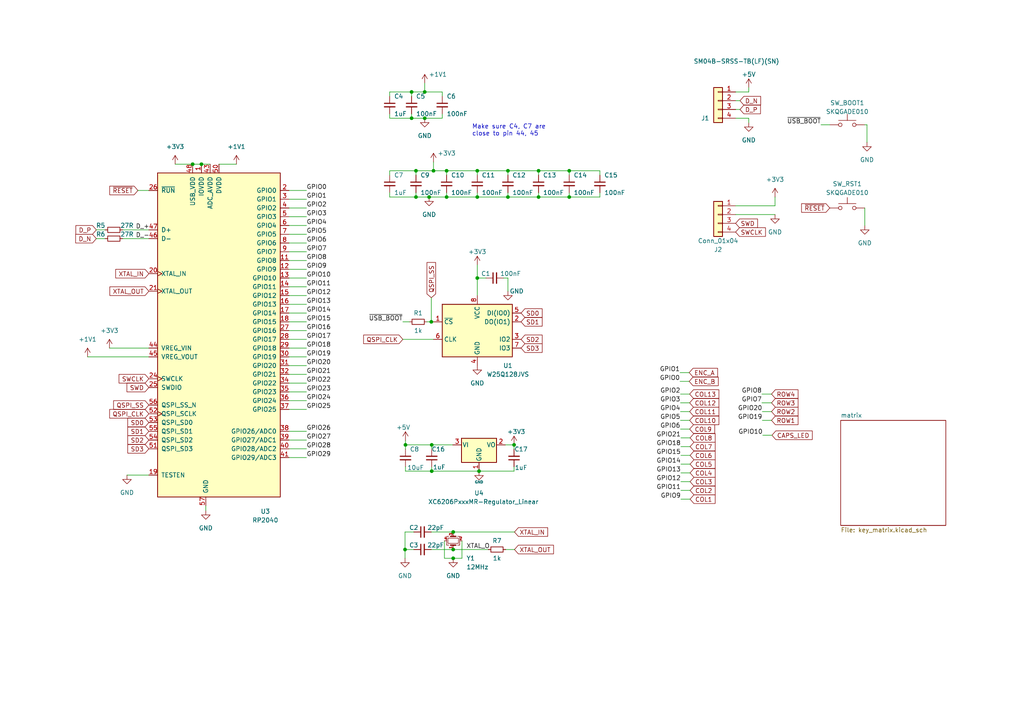
<source format=kicad_sch>
(kicad_sch (version 20230121) (generator eeschema)
  (paper "A4")
  (title_block (title "RP2040 - Design Guide") (date "2021-12-07") (rev "0.1") (company "Sleepdealer"))
  (lib_symbols
    (symbol "+5V_1" (power) (pin_names (offset 0))
      (property "Value" "+5V_1" (at 0 3.556 0))
      (symbol "+5V_1_0_1"
        (polyline (pts (xy -0.762 1.27) (xy 0 2.54)))
        (polyline (pts (xy 0 0) (xy 0 2.54)))
        (polyline (pts (xy 0 2.54) (xy 0.762 1.27)))
      )
      (symbol "+5V_1_1_1"
        (pin power_in line (at 0 0 90) (length 0) hide (name "+5V") (number "1"))
      )
    )
    (symbol "Connector_Generic:Conn_01x04" (pin_names (offset 1.016) hide)
      (property "Reference" "J" (at 0 5.08 0))
      (property "Value" "Conn_01x04" (at 0 -7.62 0))
      (symbol "Conn_01x04_1_1"
        (rectangle (start -1.27 -4.953) (end 0 -5.207) (stroke (width 0.1524)))
        (rectangle (start -1.27 -2.413) (end 0 -2.667) (stroke (width 0.1524)))
        (rectangle (start -1.27 0.127) (end 0 -0.127) (stroke (width 0.1524)))
        (rectangle (start -1.27 2.667) (end 0 2.413) (stroke (width 0.1524)))
        (rectangle (start -1.27 3.81) (end 1.27 -6.35) (stroke (width 0.254)) (fill (type background)))
        (pin passive line (at -5.08 2.54 0) (length 3.81) (name "Pin_1") (number "1"))
        (pin passive line (at -5.08 0 0) (length 3.81) (name "Pin_2") (number "2"))
        (pin passive line (at -5.08 -2.54 0) (length 3.81) (name "Pin_3") (number "3"))
        (pin passive line (at -5.08 -5.08 0) (length 3.81) (name "Pin_4") (number "4"))
      )
    )
    (symbol "Device:C_Small" (pin_numbers hide) (pin_names (offset 0.254) hide)
      (property "Reference" "C" (at 0.254 1.778 0))
      (property "Value" "C_Small" (at 0.254 -2.032 0))
      (symbol "C_Small_0_1"
        (polyline (pts (xy -1.524 -0.508) (xy 1.524 -0.508)) (stroke (width 0.3302)))
        (polyline (pts (xy -1.524 0.508) (xy 1.524 0.508)) (stroke (width 0.3048)))
      )
      (symbol "C_Small_1_1"
        (pin passive line (at 0 2.54 270) (length 2.032) (name "~") (number "1"))
        (pin passive line (at 0 -2.54 90) (length 2.032) (name "~") (number "2"))
      )
    )
    (symbol "Device:Crystal_GND24_Small" (pin_names (offset 1.016) hide)
      (property "Reference" "Y" (at 1.27 4.445 0))
      (property "Value" "Crystal_GND24_Small" (at 1.27 2.54 0))
      (symbol "Crystal_GND24_Small_0_1"
        (rectangle (start -0.762 -1.524) (end 0.762 1.524))
        (polyline (pts (xy -1.27 -0.762) (xy -1.27 0.762)) (stroke (width 0.381)))
        (polyline (pts (xy 1.27 -0.762) (xy 1.27 0.762)) (stroke (width 0.381)))
        (polyline (pts (xy -1.27 -1.27) (xy -1.27 -1.905) (xy 1.27 -1.905) (xy 1.27 -1.27)))
        (polyline (pts (xy -1.27 1.27) (xy -1.27 1.905) (xy 1.27 1.905) (xy 1.27 1.27)))
      )
      (symbol "Crystal_GND24_Small_1_1"
        (pin passive line (at -2.54 0 0) (length 1.27) (name "1") (number "1"))
        (pin passive line (at 0 -2.54 90) (length 0.635) (name "2") (number "2"))
        (pin passive line (at 2.54 0 180) (length 1.27) (name "3") (number "3"))
        (pin passive line (at 0 2.54 270) (length 0.635) (name "4") (number "4"))
      )
    )
    (symbol "Device:R_Small" (pin_numbers hide) (pin_names (offset 0.254) hide)
      (property "Reference" "R" (at 0.762 0.508 0))
      (property "Value" "R_Small" (at 0.762 -1.016 0))
      (symbol "R_Small_0_1"
        (rectangle (start -0.762 1.778) (end 0.762 -1.778) (stroke (width 0.2032)))
      )
      (symbol "R_Small_1_1"
        (pin passive line (at 0 2.54 270) (length 0.762) (name "~") (number "1"))
        (pin passive line (at 0 -2.54 90) (length 0.762) (name "~") (number "2"))
      )
    )
    (symbol "Memory_Flash:W25Q128JVS"
      (property "Reference" "U" (at -8.89 8.89 0))
      (property "Value" "W25Q128JVS" (at 7.62 8.89 0))
      (symbol "W25Q128JVS_0_1"
        (rectangle (start -10.16 7.62) (end 10.16 -7.62) (stroke (width 0.254)) (fill (type background)))
      )
      (symbol "W25Q128JVS_1_1"
        (pin input line (at -12.7 2.54 0) (length 2.54) (name "~{CS}") (number "1"))
        (pin bidirectional line (at 12.7 2.54 180) (length 2.54) (name "DO(IO1)") (number "2"))
        (pin bidirectional line (at 12.7 -2.54 180) (length 2.54) (name "IO2") (number "3"))
        (pin power_in line (at 0 -10.16 90) (length 2.54) (name "GND") (number "4"))
        (pin bidirectional line (at 12.7 5.08 180) (length 2.54) (name "DI(IO0)") (number "5"))
        (pin input line (at -12.7 -2.54 0) (length 2.54) (name "CLK") (number "6"))
        (pin bidirectional line (at 12.7 -5.08 180) (length 2.54) (name "IO3") (number "7"))
        (pin power_in line (at 0 10.16 270) (length 2.54) (name "VCC") (number "8"))
      )
    )
    (symbol "Sleep-lib:RP2040" (pin_names (offset 1.016))
      (property "Reference" "U" (at 8.89 51.435 0))
      (property "Value" "RP2040" (at 8.89 48.895 0))
      (symbol "RP2040_0_0"
        (rectangle (start -17.78 -45.72) (end 17.78 48.26) (stroke (width 0.254)) (fill (type background)))
      )
      (symbol "RP2040_1_1"
        (pin power_in line (at -5.08 50.8 270) (length 2.54) (name "IOVDD") (number "1"))
        (pin power_in line (at -5.08 50.8 270) (length 2.54) hide (name "IOVDD") (number "10"))
        (pin input line (at 20.32 22.86 180) (length 2.54) (name "GPIO8") (number "11"))
        (pin input line (at 20.32 20.32 180) (length 2.54) (name "GPIO9") (number "12"))
        (pin input line (at 20.32 17.78 180) (length 2.54) (name "GPIO10") (number "13"))
        (pin input line (at 20.32 15.24 180) (length 2.54) (name "GPIO11") (number "14"))
        (pin input line (at 20.32 12.7 180) (length 2.54) (name "GPIO12") (number "15"))
        (pin input line (at 20.32 10.16 180) (length 2.54) (name "GPIO13") (number "16"))
        (pin input line (at 20.32 7.62 180) (length 2.54) (name "GPIO14") (number "17"))
        (pin input line (at 20.32 5.08 180) (length 2.54) (name "GPIO15") (number "18"))
        (pin input line (at -20.32 -39.37 0) (length 2.54) (name "TESTEN") (number "19"))
        (pin input line (at 20.32 43.18 180) (length 2.54) (name "GPIO0") (number "2"))
        (pin input clock (at -20.32 19.05 0) (length 2.54) (name "XTAL_IN") (number "20"))
        (pin input clock (at -20.32 13.97 0) (length 2.54) (name "XTAL_OUT") (number "21"))
        (pin power_in line (at -5.08 50.8 270) (length 2.54) hide (name "IOVDD") (number "22"))
        (pin power_in line (at 0 50.8 270) (length 2.54) hide (name "DVDD") (number "23"))
        (pin input clock (at -20.32 -11.43 0) (length 2.54) (name "SWCLK") (number "24"))
        (pin bidirectional line (at -20.32 -13.97 0) (length 2.54) (name "SWDIO") (number "25"))
        (pin input line (at -20.32 43.18 0) (length 2.54) (name "~{RUN}") (number "26"))
        (pin input line (at 20.32 2.54 180) (length 2.54) (name "GPIO16") (number "27"))
        (pin input line (at 20.32 0 180) (length 2.54) (name "GPIO17") (number "28"))
        (pin input line (at 20.32 -2.54 180) (length 2.54) (name "GPIO18") (number "29"))
        (pin input line (at 20.32 40.64 180) (length 2.54) (name "GPIO1") (number "3"))
        (pin input line (at 20.32 -5.08 180) (length 2.54) (name "GPIO19") (number "30"))
        (pin input line (at 20.32 -7.62 180) (length 2.54) (name "GPIO20") (number "31"))
        (pin input line (at 20.32 -10.16 180) (length 2.54) (name "GPIO21") (number "32"))
        (pin power_in line (at -5.08 50.8 270) (length 2.54) hide (name "IOVDD") (number "33"))
        (pin input line (at 20.32 -12.7 180) (length 2.54) (name "GPIO22") (number "34"))
        (pin input line (at 20.32 -15.24 180) (length 2.54) (name "GPIO23") (number "35"))
        (pin input line (at 20.32 -17.78 180) (length 2.54) (name "GPIO24") (number "36"))
        (pin input line (at 20.32 -20.32 180) (length 2.54) (name "GPIO25") (number "37"))
        (pin input line (at 20.32 -26.67 180) (length 2.54) (name "GPIO26/ADC0") (number "38"))
        (pin input line (at 20.32 -29.21 180) (length 2.54) (name "GPIO27/ADC1") (number "39"))
        (pin input line (at 20.32 38.1 180) (length 2.54) (name "GPIO2") (number "4"))
        (pin input line (at 20.32 -31.75 180) (length 2.54) (name "GPIO28/ADC2") (number "40"))
        (pin input line (at 20.32 -34.29 180) (length 2.54) (name "GPIO29/ADC3") (number "41"))
        (pin power_in line (at -5.08 50.8 270) (length 2.54) hide (name "IOVDD") (number "42"))
        (pin power_in line (at -2.54 50.8 270) (length 2.54) (name "ADC_AVDD") (number "43"))
        (pin power_in line (at -20.32 -2.54 0) (length 2.54) (name "VREG_VIN") (number "44"))
        (pin power_out line (at -20.32 -5.08 0) (length 2.54) (name "VREG_VOUT") (number "45"))
        (pin bidirectional line (at -20.32 29.21 0) (length 2.54) (name "D-") (number "46"))
        (pin bidirectional line (at -20.32 31.75 0) (length 2.54) (name "D+") (number "47"))
        (pin power_in line (at -7.62 50.8 270) (length 2.54) (name "USB_VDD") (number "48"))
        (pin power_in line (at -5.08 50.8 270) (length 2.54) hide (name "IOVDD") (number "49"))
        (pin input line (at 20.32 35.56 180) (length 2.54) (name "GPIO3") (number "5"))
        (pin power_in line (at 0 50.8 270) (length 2.54) (name "DVDD") (number "50"))
        (pin bidirectional line (at -20.32 -31.75 0) (length 2.54) (name "QSPI_SD3") (number "51"))
        (pin input clock (at -20.32 -21.59 0) (length 2.54) (name "QSPI_SCLK") (number "52"))
        (pin bidirectional line (at -20.32 -24.13 0) (length 2.54) (name "QSPI_SD0") (number "53"))
        (pin bidirectional line (at -20.32 -29.21 0) (length 2.54) (name "QSPI_SD2") (number "54"))
        (pin bidirectional line (at -20.32 -26.67 0) (length 2.54) (name "QSPI_SD1") (number "55"))
        (pin bidirectional line (at -20.32 -19.05 0) (length 2.54) (name "QSPI_SS_N") (number "56"))
        (pin power_in line (at -3.81 -48.26 90) (length 2.54) (name "GND") (number "57"))
        (pin input line (at 20.32 33.02 180) (length 2.54) (name "GPIO4") (number "6"))
        (pin input line (at 20.32 30.48 180) (length 2.54) (name "GPIO5") (number "7"))
        (pin input line (at 20.32 27.94 180) (length 2.54) (name "GPIO6") (number "8"))
        (pin input line (at 20.32 25.4 180) (length 2.54) (name "GPIO7") (number "9"))
      )
    )
    (symbol "Switch:SW_Push" (pin_numbers hide) (pin_names (offset 1.016) hide)
      (property "Reference" "SW" (at 1.27 2.54 0))
      (property "Value" "SW_Push" (at 0 -1.524 0))
      (symbol "SW_Push_0_1"
        (circle (center -2.032 0) (radius 0.508))
        (polyline (pts (xy 0 1.27) (xy 0 3.048)))
        (polyline (pts (xy 2.54 1.27) (xy -2.54 1.27)))
        (circle (center 2.032 0) (radius 0.508))
        (pin passive line (at -5.08 0 0) (length 2.54) (name "1") (number "1"))
        (pin passive line (at 5.08 0 180) (length 2.54) (name "2") (number "2"))
      )
    )
    (symbol "kicad-keyboard-parts:XC6206PxxxMR-Regulator_Linear" (pin_names (offset 0.254))
      (property "Reference" "U" (at -3.81 3.175 0))
      (property "Value" "XC6206PxxxMR-Regulator_Linear" (at 0 3.175 0))
      (property "LCSC" "C5446" (at 0 0 0))
      (symbol "XC6206PxxxMR-Regulator_Linear_0_1"
        (rectangle (start -5.08 1.905) (end 5.08 -5.08) (stroke (width 0.254)) (fill (type background)))
      )
      (symbol "XC6206PxxxMR-Regulator_Linear_1_1"
        (pin power_in line (at 0 -7.62 90) (length 2.54) (name "GND") (number "1"))
        (pin power_out line (at 7.62 0 180) (length 2.54) (name "VO") (number "2"))
        (pin power_in line (at -7.62 0 0) (length 2.54) (name "VI") (number "3"))
      )
    )
    (symbol "power:+1V1" (power) (pin_names (offset 0))
      (property "Value" "+1V1" (at 0 3.556 0))
      (symbol "+1V1_0_1"
        (polyline (pts (xy -0.762 1.27) (xy 0 2.54)))
        (polyline (pts (xy 0 0) (xy 0 2.54)))
        (polyline (pts (xy 0 2.54) (xy 0.762 1.27)))
      )
      (symbol "+1V1_1_1"
        (pin power_in line (at 0 0 90) (length 0) hide (name "+1V1") (number "1"))
      )
    )
    (symbol "power:+3.3V" (power) (pin_names (offset 0))
      (property "Value" "+3.3V" (at 0 3.556 0))
      (symbol "+3.3V_0_1"
        (polyline (pts (xy -0.762 1.27) (xy 0 2.54)))
        (polyline (pts (xy 0 0) (xy 0 2.54)))
        (polyline (pts (xy 0 2.54) (xy 0.762 1.27)))
      )
      (symbol "+3.3V_1_1"
        (pin power_in line (at 0 0 90) (length 0) hide (name "+3V3") (number "1"))
      )
    )
    (symbol "power:+3V3" (power) (pin_names (offset 0))
      (property "Value" "+3V3" (at 0 3.556 0))
      (symbol "+3V3_0_1"
        (polyline (pts (xy -0.762 1.27) (xy 0 2.54)))
        (polyline (pts (xy 0 0) (xy 0 2.54)))
        (polyline (pts (xy 0 2.54) (xy 0.762 1.27)))
      )
      (symbol "+3V3_1_1"
        (pin power_in line (at 0 0 90) (length 0) hide (name "+3V3") (number "1"))
      )
    )
    (symbol "power:+5V" (power) (pin_names (offset 0))
      (property "Value" "+5V" (at 0 3.556 0))
      (symbol "+5V_0_1"
        (polyline (pts (xy -0.762 1.27) (xy 0 2.54)))
        (polyline (pts (xy 0 0) (xy 0 2.54)))
        (polyline (pts (xy 0 2.54) (xy 0.762 1.27)))
      )
      (symbol "+5V_1_1"
        (pin power_in line (at 0 0 90) (length 0) hide (name "+5V") (number "1"))
      )
    )
    (symbol "power:GND" (power) (pin_names (offset 0))
      (property "Value" "GND" (at 0 -3.81 0))
      (symbol "GND_0_1"
        (polyline (pts (xy 0 0) (xy 0 -1.27) (xy 1.27 -1.27) (xy 0 -2.54) (xy -1.27 -1.27) (xy 0 -1.27)))
      )
      (symbol "GND_1_1"
        (pin power_in line (at 0 0 270) (length 0) hide (name "GND") (number "1"))
      )
    )
  )
  (junction (at 131.445 161.925))
  (junction (at 131.445 159.385))
  (junction (at 58.42 47.625))
  (junction (at 124.46 57.15))
  (junction (at 120.65 57.15))
  (junction (at 138.43 57.15))
  (junction (at 138.43 49.53))
  (junction (at 147.32 57.15))
  (junction (at 156.21 49.53))
  (junction (at 147.32 49.53))
  (junction (at 125.095 93.345))
  (junction (at 156.21 57.15))
  (junction (at 120.65 49.53))
  (junction (at 138.43 80.645))
  (junction (at 125.222 136.652))
  (junction (at 119.38 26.67))
  (junction (at 117.602 129.032))
  (junction (at 117.475 159.385))
  (junction (at 149.098 129.032) (diameter 0.9144))
  (junction (at 125.73 49.53))
  (junction (at 129.54 49.53))
  (junction (at 55.88 47.625))
  (junction (at 129.54 57.15))
  (junction (at 165.1 57.15))
  (junction (at 119.38 34.29))
  (junction (at 138.938 136.652) (diameter 0.9144))
  (junction (at 165.1 49.53))
  (junction (at 123.19 26.67))
  (junction (at 131.445 154.305))
  (junction (at 125.222 129.032))
  (junction (at 123.19 34.29))
  (wire (pts (xy 197.358 121.92) (xy 200.025 121.92)))
  (wire (pts (xy 197.231 108.077) (xy 199.898 108.077)))
  (wire (pts (xy 88.9 106.045) (xy 83.82 106.045)))
  (wire (pts (xy 217.17 34.29) (xy 213.36 34.29)))
  (wire (pts (xy 123.19 24.13) (xy 123.19 26.67)))
  (wire (pts (xy 117.602 127.762) (xy 117.602 129.032)))
  (wire (pts (xy 125.73 46.99) (xy 125.73 49.53)))
  (wire (pts (xy 129.54 49.53) (xy 138.43 49.53)))
  (wire (pts (xy 138.43 49.53) (xy 138.43 50.8)))
  (wire (pts (xy 27.94 69.215) (xy 30.48 69.215)))
  (wire (pts (xy 83.82 103.505) (xy 88.9 103.505)))
  (wire (pts (xy 125.095 159.385) (xy 131.445 159.385)))
  (wire (pts (xy 131.445 159.385) (xy 141.605 159.385)))
  (wire (pts (xy 146.685 159.385) (xy 149.225 159.385)))
  (wire (pts (xy 117.602 129.032) (xy 125.222 129.032)))
  (wire (pts (xy 156.21 49.53) (xy 165.1 49.53)))
  (wire (pts (xy 165.1 49.53) (xy 165.1 50.8)))
  (wire (pts (xy 147.32 49.53) (xy 156.21 49.53)))
  (wire (pts (xy 138.43 49.53) (xy 147.32 49.53)))
  (wire (pts (xy 83.82 73.025) (xy 88.9 73.025)))
  (wire (pts (xy 117.475 159.385) (xy 117.475 161.925)))
  (wire (pts (xy 221.107 121.92) (xy 223.774 121.92)))
  (wire (pts (xy 88.9 130.175) (xy 83.82 130.175)))
  (wire (pts (xy 59.69 146.685) (xy 59.69 148.082)))
  (wire (pts (xy 88.9 111.125) (xy 83.82 111.125)))
  (wire (pts (xy 125.095 93.345) (xy 125.73 93.345)))
  (wire (pts (xy 221.107 119.38) (xy 223.774 119.38)))
  (wire (pts (xy 35.56 66.675) (xy 43.18 66.675)))
  (wire (pts (xy 214.63 29.21) (xy 213.36 29.21)))
  (wire (pts (xy 220.98 114.3) (xy 223.774 114.3)))
  (wire (pts (xy 123.825 93.345) (xy 125.095 93.345)))
  (wire (pts (xy 197.485 129.54) (xy 200.152 129.54)))
  (wire (pts (xy 125.222 135.382) (xy 125.222 136.652)))
  (wire (pts (xy 117.602 130.302) (xy 117.602 129.032)))
  (wire (pts (xy 128.905 156.845) (xy 128.905 161.925)))
  (wire (pts (xy 128.905 161.925) (xy 131.445 161.925)))
  (wire (pts (xy 224.79 62.23) (xy 213.36 62.23)))
  (wire (pts (xy 63.5 47.625) (xy 68.58 47.625)))
  (wire (pts (xy 88.9 132.715) (xy 83.82 132.715)))
  (wire (pts (xy 119.38 33.02) (xy 119.38 34.29)))
  (wire (pts (xy 27.94 66.675) (xy 30.48 66.675)))
  (wire (pts (xy 213.36 59.69) (xy 224.79 59.69)))
  (wire (pts (xy 217.17 25.4) (xy 217.17 26.67)))
  (wire (pts (xy 55.88 47.625) (xy 58.42 47.625)))
  (wire (pts (xy 50.8 47.625) (xy 55.88 47.625)))
  (wire (pts (xy 58.42 47.625) (xy 60.96 47.625)))
  (wire (pts (xy 133.985 161.925) (xy 131.445 161.925)))
  (wire (pts (xy 133.985 156.845) (xy 133.985 161.925)))
  (wire (pts (xy 147.32 80.645) (xy 147.32 84.455)))
  (wire (pts (xy 83.82 88.265) (xy 88.9 88.265)))
  (wire (pts (xy 117.475 159.385) (xy 120.015 159.385)))
  (wire (pts (xy 120.015 154.305) (xy 117.475 154.305)))
  (wire (pts (xy 117.475 154.305) (xy 117.475 159.385)))
  (wire (pts (xy 83.82 60.325) (xy 88.9 60.325)))
  (wire (pts (xy 125.095 86.36) (xy 125.095 93.345)))
  (wire (pts (xy 31.75 100.965) (xy 43.18 100.965)))
  (wire (pts (xy 197.485 144.78) (xy 200.152 144.78)))
  (wire (pts (xy 83.82 65.405) (xy 88.9 65.405)))
  (wire (pts (xy 138.938 136.652) (xy 149.098 136.652)))
  (wire (pts (xy 83.82 95.885) (xy 88.9 95.885)))
  (wire (pts (xy 36.83 137.795) (xy 43.18 137.795)))
  (wire (pts (xy 116.84 93.345) (xy 118.745 93.345)))
  (wire (pts (xy 221.234 126.238) (xy 223.901 126.238)))
  (wire (pts (xy 129.54 57.15) (xy 138.43 57.15)))
  (wire (pts (xy 138.43 57.15) (xy 138.43 55.88)))
  (wire (pts (xy 138.43 80.645) (xy 138.43 85.725)))
  (wire (pts (xy 146.05 80.645) (xy 147.32 80.645)))
  (wire (pts (xy 214.63 31.75) (xy 213.36 31.75)))
  (wire (pts (xy 147.32 49.53) (xy 147.32 50.8)))
  (wire (pts (xy 88.9 113.665) (xy 83.82 113.665)))
  (wire (pts (xy 83.82 100.965) (xy 88.9 100.965)))
  (wire (pts (xy 117.602 135.382) (xy 117.602 136.652)))
  (wire (pts (xy 147.32 55.88) (xy 147.32 57.15)))
  (wire (pts (xy 120.65 55.88) (xy 120.65 57.15)))
  (wire (pts (xy 83.82 85.725) (xy 88.9 85.725)))
  (wire (pts (xy 197.358 116.84) (xy 200.025 116.84)))
  (wire (pts (xy 123.19 34.29) (xy 128.27 34.29)))
  (wire (pts (xy 128.27 34.29) (xy 128.27 33.02)))
  (wire (pts (xy 165.1 49.53) (xy 173.99 49.53)))
  (wire (pts (xy 173.99 49.53) (xy 173.99 50.8)))
  (wire (pts (xy 251.46 36.195) (xy 250.825 36.195)))
  (wire (pts (xy 117.602 136.652) (xy 125.222 136.652)))
  (wire (pts (xy 83.82 55.245) (xy 88.9 55.245)))
  (wire (pts (xy 88.9 125.095) (xy 83.82 125.095)))
  (wire (pts (xy 83.82 62.865) (xy 88.9 62.865)))
  (wire (pts (xy 149.098 129.032) (xy 149.098 130.302)))
  (wire (pts (xy 113.03 49.53) (xy 120.65 49.53)))
  (wire (pts (xy 120.65 49.53) (xy 120.65 50.8)))
  (wire (pts (xy 113.03 57.15) (xy 120.65 57.15)))
  (wire (pts (xy 129.54 57.15) (xy 129.54 55.88)))
  (wire (pts (xy 197.485 137.16) (xy 200.152 137.16)))
  (wire (pts (xy 116.84 98.425) (xy 125.73 98.425)))
  (wire (pts (xy 156.21 49.53) (xy 156.21 50.8)))
  (wire (pts (xy 250.825 60.325) (xy 250.825 65.405)))
  (wire (pts (xy 129.54 49.53) (xy 129.54 50.8)))
  (wire (pts (xy 197.358 124.46) (xy 200.025 124.46)))
  (wire (pts (xy 138.43 76.835) (xy 138.43 80.645)))
  (wire (pts (xy 156.21 57.15) (xy 165.1 57.15)))
  (wire (pts (xy 147.32 57.15) (xy 156.21 57.15)))
  (wire (pts (xy 165.1 57.15) (xy 165.1 55.88)))
  (wire (pts (xy 138.43 57.15) (xy 147.32 57.15)))
  (wire (pts (xy 238.125 36.195) (xy 240.665 36.195)))
  (wire (pts (xy 83.82 70.485) (xy 88.9 70.485)))
  (wire (pts (xy 123.19 26.67) (xy 128.27 26.67)))
  (wire (pts (xy 128.27 26.67) (xy 128.27 27.94)))
  (wire (pts (xy 156.21 55.88) (xy 156.21 57.15)))
  (wire (pts (xy 113.03 34.29) (xy 119.38 34.29)))
  (wire (pts (xy 113.03 33.02) (xy 113.03 34.29)))
  (wire (pts (xy 119.38 26.67) (xy 119.38 27.94)))
  (wire (pts (xy 43.18 103.505) (xy 25.4 103.505)))
  (wire (pts (xy 113.03 55.88) (xy 113.03 57.15)))
  (wire (pts (xy 224.79 57.15) (xy 224.79 59.69)))
  (wire (pts (xy 88.9 127.635) (xy 83.82 127.635)))
  (wire (pts (xy 220.98 116.84) (xy 223.774 116.84)))
  (wire (pts (xy 83.82 98.425) (xy 88.9 98.425)))
  (wire (pts (xy 149.098 135.382) (xy 149.098 136.652)))
  (wire (pts (xy 251.46 36.195) (xy 251.46 41.275)))
  (wire (pts (xy 83.82 90.805) (xy 88.9 90.805)))
  (wire (pts (xy 125.222 129.032) (xy 131.318 129.032)))
  (wire (pts (xy 120.65 57.15) (xy 124.46 57.15)))
  (wire (pts (xy 83.82 67.945) (xy 88.9 67.945)))
  (wire (pts (xy 173.99 57.15) (xy 173.99 55.88)))
  (wire (pts (xy 165.1 57.15) (xy 173.99 57.15)))
  (wire (pts (xy 83.82 93.345) (xy 88.9 93.345)))
  (wire (pts (xy 40.005 55.245) (xy 43.18 55.245)))
  (wire (pts (xy 197.485 127) (xy 200.152 127)))
  (wire (pts (xy 197.485 134.62) (xy 200.152 134.62)))
  (wire (pts (xy 197.485 132.08) (xy 200.152 132.08)))
  (wire (pts (xy 197.485 142.24) (xy 200.152 142.24)))
  (wire (pts (xy 138.43 80.645) (xy 140.97 80.645)))
  (wire (pts (xy 217.17 35.56) (xy 217.17 34.29)))
  (wire (pts (xy 88.9 108.585) (xy 83.82 108.585)))
  (wire (pts (xy 197.485 139.7) (xy 200.152 139.7)))
  (wire (pts (xy 125.222 129.032) (xy 125.222 130.302)))
  (wire (pts (xy 146.558 129.032) (xy 149.098 129.032)))
  (wire (pts (xy 125.095 154.305) (xy 131.445 154.305)))
  (wire (pts (xy 217.17 26.67) (xy 213.36 26.67)))
  (wire (pts (xy 83.82 80.645) (xy 88.9 80.645)))
  (wire (pts (xy 119.38 34.29) (xy 123.19 34.29)))
  (wire (pts (xy 125.222 136.652) (xy 138.938 136.652)))
  (wire (pts (xy 119.38 26.67) (xy 113.03 26.67)))
  (wire (pts (xy 123.19 26.67) (xy 119.38 26.67)))
  (wire (pts (xy 113.03 26.67) (xy 113.03 27.94)))
  (wire (pts (xy 83.82 57.785) (xy 88.9 57.785)))
  (wire (pts (xy 88.9 118.745) (xy 83.82 118.745)))
  (wire (pts (xy 197.231 110.617) (xy 199.898 110.617)))
  (wire (pts (xy 113.03 50.8) (xy 113.03 49.53)))
  (wire (pts (xy 83.82 83.185) (xy 88.9 83.185)))
  (wire (pts (xy 120.65 49.53) (xy 125.73 49.53)))
  (wire (pts (xy 125.73 49.53) (xy 129.54 49.53)))
  (wire (pts (xy 197.358 119.38) (xy 200.025 119.38)))
  (wire (pts (xy 83.82 78.105) (xy 88.9 78.105)))
  (wire (pts (xy 88.9 116.205) (xy 83.82 116.205)))
  (wire (pts (xy 124.46 57.15) (xy 129.54 57.15)))
  (wire (pts (xy 35.56 69.215) (xy 43.18 69.215)))
  (wire (pts (xy 131.445 154.305) (xy 149.225 154.305)))
  (wire (pts (xy 197.358 114.3) (xy 200.025 114.3)))
  (wire (pts (xy 83.82 75.565) (xy 88.9 75.565)))
  (text "Make sure C4, C7 are \nclose to pin 44, 45" (at 136.906 39.624 0) (effects (font (size 1.27 1.27)) (justify left bottom)))
  (label "GPIO28" (at 88.9 130.175 0))
  (label "GPIO18" (at 88.9 100.965 0))
  (label "GPIO5" (at 88.9 67.945 0))
  (label "GPIO20" (at 221.107 119.38 180))
  (label "GPIO7" (at 220.98 116.84 180))
  (label "GPIO4" (at 197.358 119.38 180))
  (label "GPIO8" (at 88.9 75.565 0))
  (label "GPIO20" (at 88.9 106.045 0))
  (label "GPIO12" (at 197.485 139.7 180))
  (label "GPIO19" (at 221.107 121.92 180))
  (label "GPIO25" (at 88.9 118.745 0))
  (label "GPIO8" (at 220.98 114.3 180))
  (label "GPIO12" (at 88.9 85.725 0))
  (label "GPIO21" (at 197.485 127 180))
  (label "GPIO4" (at 88.9 65.405 0))
  (label "GPIO11" (at 88.9 83.185 0))
  (label "GPIO2" (at 88.9 60.325 0))
  (label "GPIO14" (at 197.485 134.62 180))
  (label "GPIO9" (at 88.9 78.105 0))
  (label "GPIO17" (at 88.9 98.425 0))
  (label "GPIO6" (at 197.358 124.46 180))
  (label "GPIO10" (at 221.234 126.238 180))
  (label "XTAL_O" (at 135.255 159.385 0))
  (label "GPIO2" (at 197.358 114.3 180))
  (label "GPIO3" (at 88.9 62.865 0))
  (label "GPIO29" (at 88.9 132.715 0))
  (label "GPIO13" (at 88.9 88.265 0))
  (label "GPIO15" (at 88.9 93.345 0))
  (label "D_-" (at 39.37 69.215 0))
  (label "GPIO0" (at 197.231 110.617 180))
  (label "GPIO21" (at 88.9 108.585 0))
  (label "GPIO5" (at 197.358 121.92 180))
  (label "GPIO27" (at 88.9 127.635 0))
  (label "GPIO22" (at 88.9 111.125 0))
  (label "GPIO26" (at 88.9 125.095 0))
  (label "GPIO7" (at 88.9 73.025 0))
  (label "D_+" (at 39.37 66.675 0))
  (label "GPIO11" (at 197.485 142.24 180))
  (label "GPIO9" (at 197.485 144.78 180))
  (label "~{USB_BOOT}" (at 116.84 93.345 180))
  (label "~{USB_BOOT}" (at 238.125 36.195 180))
  (label "GPIO1" (at 197.231 108.077 180))
  (label "GPIO23" (at 88.9 113.665 0))
  (label "GPIO18" (at 197.485 129.54 180))
  (label "GPIO6" (at 88.9 70.485 0))
  (label "GPIO19" (at 88.9 103.505 0))
  (label "GPIO16" (at 88.9 95.885 0))
  (label "GPIO13" (at 197.485 137.16 180))
  (label "GPIO24" (at 88.9 116.205 0))
  (label "GPIO15" (at 197.485 132.08 180))
  (label "GPIO0" (at 88.9 55.245 0))
  (label "GPIO3" (at 197.358 116.84 180))
  (label "GPIO14" (at 88.9 90.805 0))
  (label "GPIO1" (at 88.9 57.785 0))
  (label "GPIO10" (at 88.9 80.645 0))
  (global_label "COL13" (shape input) (at 200.025 114.3 0) (property "Intersheetrefs" "${INTERSHEET_REFS}" (effects hide)))
  (global_label "ROW1" (shape input) (at 223.774 121.92 0) (property "Intersheetrefs" "${INTERSHEET_REFS}" (effects hide)))
  (global_label "SWCLK" (shape input) (at 43.18 109.855 180) (property "Intersheetrefs" "${INTERSHEET_REFS}" (effects hide)))
  (global_label "COL1" (shape input) (at 200.152 144.78 0) (property "Intersheetrefs" "${INTERSHEET_REFS}" (effects hide)))
  (global_label "D_P" (shape input) (at 214.63 31.75 0) (property "Intersheetrefs" "${INTERSHEET_REFS}" (effects hide)))
  (global_label "COL11" (shape input) (at 200.025 119.38 0) (property "Intersheetrefs" "${INTERSHEET_REFS}" (effects hide)))
  (global_label "QSPI_CLK" (shape input) (at 116.84 98.425 180) (property "Intersheetrefs" "${INTERSHEET_REFS}" (effects hide)))
  (global_label "ROW2" (shape input) (at 223.774 119.38 0) (property "Intersheetrefs" "${INTERSHEET_REFS}" (effects hide)))
  (global_label "SD0" (shape input) (at 43.18 122.555 180) (property "Intersheetrefs" "${INTERSHEET_REFS}" (effects hide)))
  (global_label "XTAL_IN" (shape input) (at 43.18 79.375 180) (property "Intersheetrefs" "${INTERSHEET_REFS}" (effects hide)))
  (global_label "D_P" (shape input) (at 27.94 66.675 180) (property "Intersheetrefs" "${INTERSHEET_REFS}" (effects hide)))
  (global_label "SWCLK" (shape input) (at 213.36 67.31 0) (property "Intersheetrefs" "${INTERSHEET_REFS}" (effects hide)))
  (global_label "D_N" (shape input) (at 214.63 29.21 0) (property "Intersheetrefs" "${INTERSHEET_REFS}" (effects hide)))
  (global_label "QSPI_SS" (shape input) (at 125.095 86.36 90) (property "Intersheetrefs" "${INTERSHEET_REFS}" (effects hide)))
  (global_label "COL10" (shape input) (at 200.025 121.92 0) (property "Intersheetrefs" "${INTERSHEET_REFS}" (effects hide)))
  (global_label "D_N" (shape input) (at 27.94 69.215 180) (property "Intersheetrefs" "${INTERSHEET_REFS}" (effects hide)))
  (global_label "ENC_B" (shape input) (at 199.898 110.617 0) (property "Intersheetrefs" "${INTERSHEET_REFS}" (effects hide)))
  (global_label "XTAL_IN" (shape input) (at 149.225 154.305 0) (property "Intersheetrefs" "${INTERSHEET_REFS}" (effects hide)))
  (global_label "XTAL_OUT" (shape input) (at 43.18 84.455 180) (property "Intersheetrefs" "${INTERSHEET_REFS}" (effects hide)))
  (global_label "COL5" (shape input) (at 200.152 134.62 0) (property "Intersheetrefs" "${INTERSHEET_REFS}" (effects hide)))
  (global_label "SD1" (shape input) (at 43.18 125.095 180) (property "Intersheetrefs" "${INTERSHEET_REFS}" (effects hide)))
  (global_label "~{RESET}" (shape input) (at 240.665 60.325 180) (property "Intersheetrefs" "${INTERSHEET_REFS}" (effects hide)))
  (global_label "COL4" (shape input) (at 200.152 137.16 0) (property "Intersheetrefs" "${INTERSHEET_REFS}" (effects hide)))
  (global_label "XTAL_OUT" (shape input) (at 149.225 159.385 0) (property "Intersheetrefs" "${INTERSHEET_REFS}" (effects hide)))
  (global_label "ROW3" (shape input) (at 223.774 116.84 0) (property "Intersheetrefs" "${INTERSHEET_REFS}" (effects hide)))
  (global_label "ENC_A" (shape input) (at 199.898 108.077 0) (property "Intersheetrefs" "${INTERSHEET_REFS}" (effects hide)))
  (global_label "CAPS_LED" (shape input) (at 223.901 126.238 0) (property "Intersheetrefs" "${INTERSHEET_REFS}" (effects hide)))
  (global_label "COL9" (shape input) (at 200.025 124.46 0) (property "Intersheetrefs" "${INTERSHEET_REFS}" (effects hide)))
  (global_label "QSPI_SS" (shape input) (at 43.18 117.475 180) (property "Intersheetrefs" "${INTERSHEET_REFS}" (effects hide)))
  (global_label "SWD" (shape input) (at 43.18 112.395 180) (property "Intersheetrefs" "${INTERSHEET_REFS}" (effects hide)))
  (global_label "SD1" (shape input) (at 151.13 93.345 0) (property "Intersheetrefs" "${INTERSHEET_REFS}" (effects hide)))
  (global_label "SD3" (shape input) (at 43.18 130.175 180) (property "Intersheetrefs" "${INTERSHEET_REFS}" (effects hide)))
  (global_label "COL12" (shape input) (at 200.025 116.84 0) (property "Intersheetrefs" "${INTERSHEET_REFS}" (effects hide)))
  (global_label "COL6" (shape input) (at 200.152 132.08 0) (property "Intersheetrefs" "${INTERSHEET_REFS}" (effects hide)))
  (global_label "COL7" (shape input) (at 200.152 129.54 0) (property "Intersheetrefs" "${INTERSHEET_REFS}" (effects hide)))
  (global_label "COL8" (shape input) (at 200.152 127 0) (property "Intersheetrefs" "${INTERSHEET_REFS}" (effects hide)))
  (global_label "QSPI_CLK" (shape input) (at 43.18 120.015 180) (property "Intersheetrefs" "${INTERSHEET_REFS}" (effects hide)))
  (global_label "ROW4" (shape input) (at 223.774 114.3 0) (property "Intersheetrefs" "${INTERSHEET_REFS}" (effects hide)))
  (global_label "SD2" (shape input) (at 43.18 127.635 180) (property "Intersheetrefs" "${INTERSHEET_REFS}" (effects hide)))
  (global_label "COL2" (shape input) (at 200.152 142.24 0) (property "Intersheetrefs" "${INTERSHEET_REFS}" (effects hide)))
  (global_label "SD2" (shape input) (at 151.13 98.425 0) (property "Intersheetrefs" "${INTERSHEET_REFS}" (effects hide)))
  (global_label "SD3" (shape input) (at 151.13 100.965 0) (property "Intersheetrefs" "${INTERSHEET_REFS}" (effects hide)))
  (global_label "SWD" (shape input) (at 213.36 64.77 0) (property "Intersheetrefs" "${INTERSHEET_REFS}" (effects hide)))
  (global_label "COL3" (shape input) (at 200.152 139.7 0) (property "Intersheetrefs" "${INTERSHEET_REFS}" (effects hide)))
  (global_label "SD0" (shape input) (at 151.13 90.805 0) (property "Intersheetrefs" "${INTERSHEET_REFS}" (effects hide)))
  (global_label "~{RESET}" (shape input) (at 40.005 55.245 180) (property "Intersheetrefs" "${INTERSHEET_REFS}" (effects hide)))
  (symbol (lib_id "Device:C_Small") (at 147.32 53.34 0) (unit 1)
    (property "Reference" "C12" (at 148.59 50.7999 0) (effects (justify left)))
    (property "Value" "100nF" (at 148.59 55.8799 0) (effects (justify left)))
    (property "Footprint" "Capacitor_SMD:C_0402_1005Metric" (effects hide))
    (property "LCSC" "C1525" (effects hide))
  )
  (symbol (lib_id "power:+3V3") (at 138.43 76.835 0) (unit 1)
    (property "Reference" "#PWR01" (effects hide))
    (property "Value" "+3V3" (at 138.43 73.025 0))
  )
  (symbol (lib_id "Sleep-lib:RP2040") (at 63.5 98.425 0) (unit 1)
    (property "Reference" "U3" (at 76.962 148.336 0))
    (property "Value" "RP2040" (at 76.962 150.876 0))
    (property "Footprint" "Sleep-lib:RP2040-QFN-56" (effects hide))
    (property "Datasheet" "https://datasheets.raspberrypi.com/rp2040/rp2040-datasheet.pdf" (effects hide))
    (property "LCSC" "C2040" (effects hide))
  )
  (symbol (lib_id "Switch:SW_Push") (at 245.745 60.325 0) (mirror y) (unit 1)
    (property "Reference" "SW_RST1" (at 245.745 53.34 0))
    (property "Value" "SKQGADE010" (at 245.745 55.88 0))
    (property "Footprint" "Button_Switch_SMD:SW_SPST_SKQG_WithoutStem" (effects hide))
    (property "LCSC" "C116647" (effects hide))
  )
  (symbol (lib_id "power:GND") (at 124.46 57.15 0) (unit 1)
    (property "Reference" "#PWR026" (effects hide))
    (property "Value" "GND" (at 124.46 62.23 0))
  )
  (symbol (lib_id "Device:C_Small") (at 113.03 53.34 0) (unit 1)
    (property "Reference" "C7" (at 114.3 50.7999 0) (effects (justify left)))
    (property "Value" "1uF" (at 114.3 55.8799 0) (effects (justify left)))
    (property "Footprint" "Capacitor_SMD:C_0402_1005Metric" (effects hide))
    (property "LCSC" "C15525" (effects hide))
  )
  (symbol (lib_id "power:+3V3") (at 224.79 57.15 0) (unit 1)
    (property "Reference" "#PWR021" (effects hide))
    (property "Value" "+3V3" (at 224.79 52.07 0))
  )
  (symbol (lib_id "power:GND") (at 131.445 161.925 0) (unit 1)
    (property "Reference" "#PWR013" (effects hide))
    (property "Value" "GND" (at 131.445 167.005 0))
  )
  (symbol (lib_id "Device:C_Small") (at 173.99 53.34 0) (unit 1)
    (property "Reference" "C15" (at 175.26 50.7999 0) (effects (justify left)))
    (property "Value" "100nF" (at 175.26 55.8799 0) (effects (justify left)))
    (property "Footprint" "Capacitor_SMD:C_0402_1005Metric" (effects hide))
    (property "LCSC" "C1525" (effects hide))
  )
  (symbol (lib_id "power:GND") (at 59.69 148.082 0) (unit 1)
    (property "Reference" "#PWR032" (effects hide))
    (property "Value" "GND" (at 59.69 153.162 0))
  )
  (symbol (lib_id "power:GND") (at 138.43 106.045 0) (unit 1)
    (property "Reference" "#PWR011" (effects hide))
    (property "Value" "GND" (at 138.43 111.125 0))
  )
  (symbol (lib_id "Switch:SW_Push") (at 245.745 36.195 0) (mirror y) (unit 1)
    (property "Reference" "SW_BOOT1" (at 245.745 29.845 0))
    (property "Value" "SKQGADE010" (at 245.745 32.385 0))
    (property "Footprint" "Button_Switch_SMD:SW_SPST_SKQG_WithoutStem" (effects hide))
    (property "LCSC" "C116647" (effects hide))
  )
  (symbol (lib_id "Device:C_Small") (at 113.03 30.48 0) (unit 1)
    (property "Reference" "C4" (at 114.3 27.9399 0) (effects (justify left)))
    (property "Value" "1uF" (at 114.3 33.0199 0) (effects (justify left)))
    (property "Footprint" "Capacitor_SMD:C_0402_1005Metric" (effects hide))
    (property "LCSC" "C52923" (effects hide))
  )
  (symbol (lib_id "power:+3V3") (at 31.75 100.965 0) (unit 1)
    (property "Reference" "#PWR017" (effects hide))
    (property "Value" "+3V3" (at 31.75 95.885 0))
  )
  (symbol (lib_id "power:GND") (at 138.938 136.652 0) (unit 1)
    (property "Reference" "#PWR027" (effects hide))
    (property "Value" "GND" (at 138.938 139.827 0) (effects (font (size 0.762 0.762))))
  )
  (symbol (lib_id "Device:C_Small") (at 143.51 80.645 90) (unit 1)
    (property "Reference" "C1" (at 142.2399 79.375 90) (effects (justify left)))
    (property "Value" "100nF" (at 151.1299 79.375 90) (effects (justify left)))
    (property "Footprint" "Capacitor_SMD:C_0402_1005Metric" (effects hide))
    (property "LCSC" "C1525" (effects hide))
  )
  (symbol (lib_id "Device:C_Small") (at 122.555 159.385 90) (unit 1)
    (property "Reference" "C3" (at 120.015 158.115 90))
    (property "Value" "22pF" (at 126.365 158.115 90))
    (property "Footprint" "Capacitor_SMD:C_0402_1005Metric" (effects hide))
    (property "LCSC" "C1555" (effects hide))
  )
  (symbol (lib_id "Connector_Generic:Conn_01x04") (at 208.28 62.23 0) (mirror y) (unit 1) (in_bom no)
    (property "Reference" "J2" (at 208.28 72.39 0))
    (property "Value" "Conn_01x04" (at 208.28 69.85 0))
    (property "Footprint" "Connector_PinHeader_2.54mm:PinHeader_1x04_P2.54mm_Vertical" (effects hide))
  )
  (symbol (lib_id "Device:C_Small") (at 149.098 132.842 180) (unit 1)
    (property "Reference" "C17" (at 151.13 130.302 0))
    (property "Value" "1uF" (at 151.13 135.636 0))
    (property "Footprint" "Capacitor_SMD:C_0402_1005Metric" (effects hide))
    (property "LCSC" "C52923" (effects hide))
  )
  (symbol (lib_id "power:+3V3") (at 125.73 46.99 0) (unit 1)
    (property "Reference" "#PWR020" (effects hide))
    (property "Value" "+3V3" (at 129.54 44.45 0))
  )
  (symbol (lib_id "power:GND") (at 117.475 161.925 0) (unit 1)
    (property "Reference" "#PWR016" (effects hide))
    (property "Value" "GND" (at 117.475 167.005 0))
  )
  (symbol (lib_id "Device:C_Small") (at 165.1 53.34 0) (unit 1)
    (property "Reference" "C14" (at 166.37 50.7999 0) (effects (justify left)))
    (property "Value" "100nF" (at 166.37 55.8799 0) (effects (justify left)))
    (property "Footprint" "Capacitor_SMD:C_0402_1005Metric" (effects hide))
    (property "LCSC" "C1525" (effects hide))
  )
  (symbol (lib_id "power:+1V1") (at 25.4 103.505 0) (unit 1)
    (property "Reference" "#PWR018" (effects hide))
    (property "Value" "+1V1" (at 25.4 98.425 0))
  )
  (symbol (lib_id "Device:C_Small") (at 117.602 132.842 0) (unit 1)
    (property "Reference" "C8" (at 118.872 130.3019 0) (effects (justify left)))
    (property "Value" "10uF" (at 118.11 135.636 0) (effects (justify left)))
    (property "Footprint" "Capacitor_SMD:C_0402_1005Metric" (effects hide))
    (property "LCSC" "C52923" (effects hide))
  )
  (symbol (lib_id "power:+5V") (at 117.602 127.762 0) (unit 1)
    (property "Reference" "#PWR023" (effects hide))
    (property "Value" "+5V" (at 116.967 123.952 0))
  )
  (symbol (lib_id "power:GND") (at 147.32 84.455 0) (unit 1)
    (property "Reference" "#PWR02" (effects hide))
    (property "Value" "GND" (at 149.86 84.455 0))
  )
  (symbol (lib_id "Device:C_Small") (at 122.555 154.305 90) (unit 1)
    (property "Reference" "C2" (at 120.015 153.035 90))
    (property "Value" "22pF" (at 126.365 153.035 90))
    (property "Footprint" "Capacitor_SMD:C_0402_1005Metric" (effects hide))
    (property "LCSC" "C1555" (effects hide))
  )
  (symbol (lib_id "Device:C_Small") (at 138.43 53.34 0) (unit 1)
    (property "Reference" "C11" (at 139.7 50.7999 0) (effects (justify left)))
    (property "Value" "100nF" (at 139.7 55.8799 0) (effects (justify left)))
    (property "Footprint" "Capacitor_SMD:C_0402_1005Metric" (effects hide))
    (property "LCSC" "C1525" (effects hide))
  )
  (symbol (lib_id "Device:C_Small") (at 129.54 53.34 0) (unit 1)
    (property "Reference" "C10" (at 130.81 50.7999 0) (effects (justify left)))
    (property "Value" "100nF" (at 130.81 55.8799 0) (effects (justify left)))
    (property "Footprint" "Capacitor_SMD:C_0402_1005Metric" (effects hide))
    (property "LCSC" "C1525" (effects hide))
  )
  (symbol (lib_id "Device:Crystal_GND24_Small") (at 131.445 156.845 90) (unit 1)
    (property "Reference" "Y1" (at 135.255 161.925 90) (effects (justify right)))
    (property "Value" "12MHz" (at 135.255 164.465 90) (effects (justify right)))
    (property "Footprint" "Crystal:Crystal_SMD_3225-4Pin_3.2x2.5mm" (effects hide))
    (property "LCSC" "C9002" (effects hide))
  )
  (symbol (lib_id "power:+3.3V") (at 149.098 129.032 0) (unit 1)
    (property "Reference" "#PWR024" (effects hide))
    (property "Value" "+3.3V" (at 149.733 125.222 0))
  )
  (symbol (lib_id "Device:C_Small") (at 156.21 53.34 0) (unit 1)
    (property "Reference" "C13" (at 157.48 50.7999 0) (effects (justify left)))
    (property "Value" "100nF" (at 157.48 55.8799 0) (effects (justify left)))
    (property "Footprint" "Capacitor_SMD:C_0402_1005Metric" (effects hide))
    (property "LCSC" "C1525" (effects hide))
  )
  (symbol (lib_name "+5V_1") (lib_id "power:+5V") (at 217.17 25.4 0) (mirror y) (unit 1)
    (property "Reference" "#PWR03" (effects hide))
    (property "Value" "+5V" (at 217.17 21.59 0))
  )
  (symbol (lib_id "Memory_Flash:W25Q128JVS") (at 138.43 95.885 0) (unit 1)
    (property "Reference" "U1" (at 147.32 106.045 0))
    (property "Value" "W25Q128JVS" (at 147.32 108.585 0))
    (property "Footprint" "Package_SO:SOIC-8_5.23x5.23mm_P1.27mm" (effects hide))
    (property "Datasheet" "http://www.winbond.com/resource-files/w25q128jv_dtr%20revc%2003272018%20plus.pdf" (effects hide))
    (property "LCSC" "C97521" (effects hide))
    (property "JlcRotOffset" "90" (effects hide))
  )
  (symbol (lib_id "kicad-keyboard-parts:XC6206PxxxMR-Regulator_Linear") (at 138.938 129.032 0) (unit 1)
    (property "Reference" "U4" (at 138.938 143.002 0))
    (property "Value" "XC6206PxxxMR-Regulator_Linear" (at 140.208 145.542 0))
    (property "Footprint" "Package_TO_SOT_SMD:SOT-23" (effects hide))
    (property "Datasheet" "https://www.torexsemi.com/file/xc6206/XC6206.pdf" (effects hide))
    (property "LCSC" "C5446" (effects hide))
  )
  (symbol (lib_id "Device:R_Small") (at 121.285 93.345 90) (unit 1)
    (property "Reference" "R1" (at 121.285 90.805 90))
    (property "Value" "1k" (at 121.285 95.885 90))
    (property "Footprint" "Resistor_SMD:R_0402_1005Metric" (effects hide))
    (property "LCSC" "C11702" (effects hide))
  )
  (symbol (lib_id "power:GND") (at 217.17 35.56 0) (mirror y) (unit 1)
    (property "Reference" "#PWR08" (effects hide))
    (property "Value" "GND" (at 217.17 40.64 0))
  )
  (symbol (lib_id "power:GND") (at 250.825 65.405 0) (mirror y) (unit 1)
    (property "Reference" "#PWR09" (effects hide))
    (property "Value" "GND" (at 250.825 70.485 0))
  )
  (symbol (lib_id "Device:R_Small") (at 33.02 66.675 90) (unit 1)
    (property "Reference" "R5" (at 29.21 65.405 90))
    (property "Value" "27R" (at 36.83 65.405 90))
    (property "Footprint" "Resistor_SMD:R_0402_1005Metric" (effects hide))
    (property "LCSC" "C25190" (effects hide))
  )
  (symbol (lib_id "power:GND") (at 251.46 41.275 0) (mirror y) (unit 1)
    (property "Reference" "#PWR07" (effects hide))
    (property "Value" "GND" (at 251.46 46.355 0))
  )
  (symbol (lib_id "Device:R_Small") (at 33.02 69.215 90) (unit 1)
    (property "Reference" "R6" (at 29.21 67.945 90))
    (property "Value" "27R" (at 36.83 67.945 90))
    (property "Footprint" "Resistor_SMD:R_0402_1005Metric" (effects hide))
    (property "LCSC" "C25190" (effects hide))
  )
  (symbol (lib_id "power:+3V3") (at 50.8 47.625 0) (unit 1)
    (property "Reference" "#PWR05" (effects hide))
    (property "Value" "+3V3" (at 50.8 42.545 0))
  )
  (symbol (lib_id "Device:C_Small") (at 119.38 30.48 0) (unit 1)
    (property "Reference" "C5" (at 120.65 27.9399 0) (effects (justify left)))
    (property "Value" "100nF" (at 120.65 33.0199 0) (effects (justify left)))
    (property "Footprint" "Capacitor_SMD:C_0402_1005Metric" (effects hide))
    (property "LCSC" "C1525" (effects hide))
  )
  (symbol (lib_id "Connector_Generic:Conn_01x04") (at 208.28 29.21 0) (mirror y) (unit 1)
    (property "Reference" "J1" (at 205.74 34.29 0) (effects (justify left)))
    (property "Value" "SM04B-SRSS-TB(LF)(SN)" (at 226.06 17.78 0) (effects (justify left)))
    (property "Footprint" "random-keyboard-parts:JST-SR-4" (effects hide))
    (property "JlcPosOffset" "0, -2.6" (effects hide))
  )
  (symbol (lib_id "power:GND") (at 123.19 34.29 0) (unit 1)
    (property "Reference" "#PWR025" (effects hide))
    (property "Value" "GND" (at 123.19 39.37 0))
  )
  (symbol (lib_id "Device:C_Small") (at 120.65 53.34 0) (unit 1)
    (property "Reference" "C9" (at 121.92 50.7999 0) (effects (justify left)))
    (property "Value" "100nF" (at 121.92 55.8799 0) (effects (justify left)))
    (property "Footprint" "Capacitor_SMD:C_0402_1005Metric" (effects hide))
    (property "LCSC" "C1525" (effects hide))
  )
  (symbol (lib_id "power:GND") (at 36.83 137.795 0) (unit 1)
    (property "Reference" "#PWR031" (effects hide))
    (property "Value" "GND" (at 36.83 142.875 0))
  )
  (symbol (lib_id "Device:C_Small") (at 128.27 30.48 0) (unit 1)
    (property "Reference" "C6" (at 129.54 27.9399 0) (effects (justify left)))
    (property "Value" "100nF" (at 129.54 33.0199 0) (effects (justify left)))
    (property "Footprint" "Capacitor_SMD:C_0402_1005Metric" (effects hide))
    (property "LCSC" "C1525" (effects hide))
  )
  (symbol (lib_id "Device:C_Small") (at 125.222 132.842 180) (unit 1)
    (property "Reference" "C16" (at 127.127 130.302 0))
    (property "Value" "1uF" (at 127.381 135.509 0))
    (property "Footprint" "Capacitor_SMD:C_0402_1005Metric" (effects hide))
    (property "LCSC" "C52923" (effects hide))
  )
  (symbol (lib_id "Device:R_Small") (at 144.145 159.385 90) (unit 1)
    (property "Reference" "R7" (at 144.145 156.845 90))
    (property "Value" "1k" (at 144.145 161.925 90))
    (property "Footprint" "Resistor_SMD:R_0402_1005Metric" (effects hide))
    (property "LCSC" "C11702" (effects hide))
  )
  (symbol (lib_id "power:+1V1") (at 68.58 47.625 0) (unit 1)
    (property "Reference" "#PWR06" (effects hide))
    (property "Value" "+1V1" (at 68.58 42.545 0))
  )
  (symbol (lib_id "power:+1V1") (at 123.19 24.13 0) (unit 1)
    (property "Reference" "#PWR019" (effects hide))
    (property "Value" "+1V1" (at 127 21.59 0))
  )
  (symbol (lib_id "power:GND") (at 224.79 62.23 0) (unit 1)
    (property "Reference" "#PWR022" (effects hide))
    (property "Value" "GND" (at 224.79 67.31 0))
  )
  (sheet (at 243.84 121.92) (size 30.48 30.48) (stroke (width 0.1524))
    (property "Sheetname" "matrix" (at 243.84 121.2084 0) (effects (justify left bottom)))
    (property "Sheetfile" "key_matrix.kicad_sch" (at 243.84 152.9846 0) (effects (justify left top)))
  )
)
</source>
